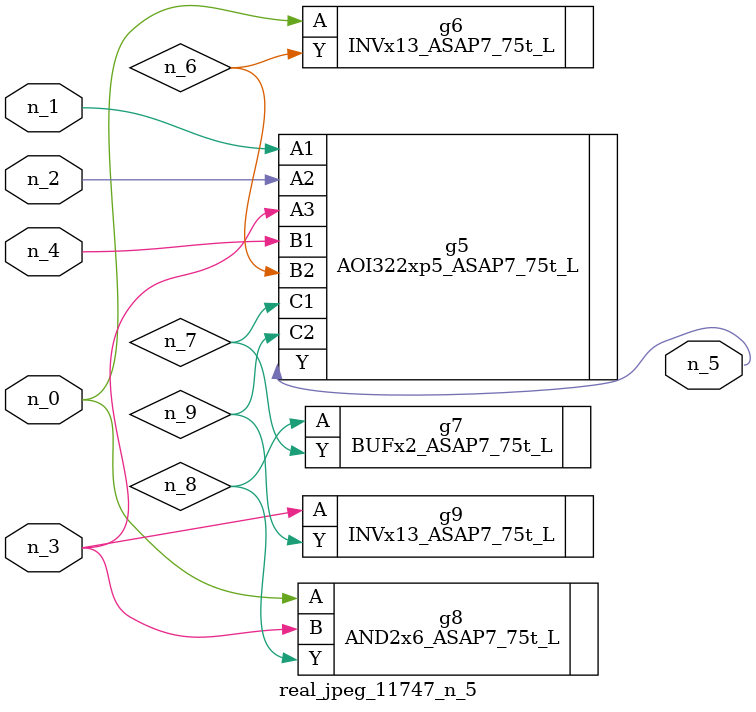
<source format=v>
module real_jpeg_11747_n_5 (n_4, n_0, n_1, n_2, n_3, n_5);

input n_4;
input n_0;
input n_1;
input n_2;
input n_3;

output n_5;

wire n_8;
wire n_6;
wire n_7;
wire n_9;

INVx13_ASAP7_75t_L g6 ( 
.A(n_0),
.Y(n_6)
);

AND2x6_ASAP7_75t_L g8 ( 
.A(n_0),
.B(n_3),
.Y(n_8)
);

AOI322xp5_ASAP7_75t_L g5 ( 
.A1(n_1),
.A2(n_2),
.A3(n_3),
.B1(n_4),
.B2(n_6),
.C1(n_7),
.C2(n_9),
.Y(n_5)
);

INVx13_ASAP7_75t_L g9 ( 
.A(n_3),
.Y(n_9)
);

BUFx2_ASAP7_75t_L g7 ( 
.A(n_8),
.Y(n_7)
);


endmodule
</source>
